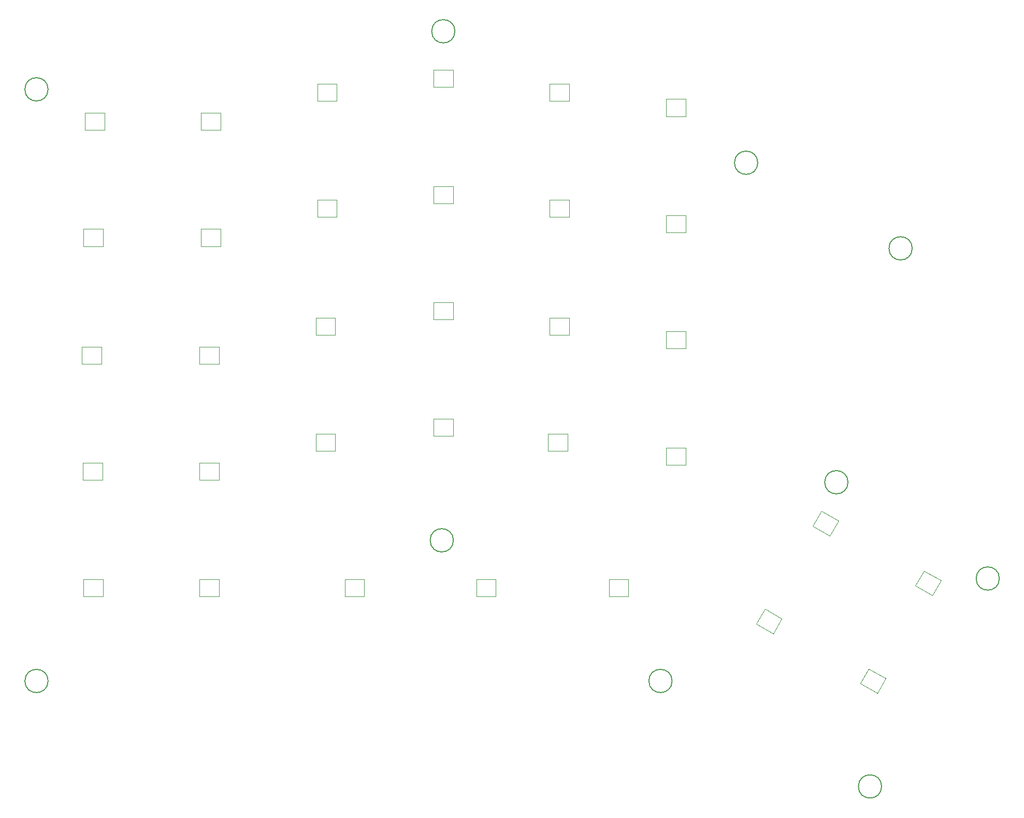
<source format=gbr>
%TF.GenerationSoftware,KiCad,Pcbnew,9.0.0*%
%TF.CreationDate,2025-08-26T18:36:53+02:00*%
%TF.ProjectId,keyboard,6b657962-6f61-4726-942e-6b696361645f,rev?*%
%TF.SameCoordinates,Original*%
%TF.FileFunction,Other,Comment*%
%FSLAX46Y46*%
G04 Gerber Fmt 4.6, Leading zero omitted, Abs format (unit mm)*
G04 Created by KiCad (PCBNEW 9.0.0) date 2025-08-26 18:36:53*
%MOMM*%
%LPD*%
G01*
G04 APERTURE LIST*
%ADD10C,0.150000*%
%ADD11C,0.120000*%
G04 APERTURE END LIST*
D10*
%TO.C,H6*%
X184400000Y-148750000D02*
G75*
G02*
X180600000Y-148750000I-1900000J0D01*
G01*
X180600000Y-148750000D02*
G75*
G02*
X184400000Y-148750000I1900000J0D01*
G01*
%TO.C,H4*%
X184400000Y-245500000D02*
G75*
G02*
X180600000Y-245500000I-1900000J0D01*
G01*
X180600000Y-245500000D02*
G75*
G02*
X184400000Y-245500000I1900000J0D01*
G01*
%TO.C,H8*%
X300400000Y-160750000D02*
G75*
G02*
X296600000Y-160750000I-1900000J0D01*
G01*
X296600000Y-160750000D02*
G75*
G02*
X300400000Y-160750000I1900000J0D01*
G01*
%TO.C,H10*%
X315150000Y-213000000D02*
G75*
G02*
X311350000Y-213000000I-1900000J0D01*
G01*
X311350000Y-213000000D02*
G75*
G02*
X315150000Y-213000000I1900000J0D01*
G01*
%TO.C,H5*%
X339900000Y-228750000D02*
G75*
G02*
X336100000Y-228750000I-1900000J0D01*
G01*
X336100000Y-228750000D02*
G75*
G02*
X339900000Y-228750000I1900000J0D01*
G01*
%TO.C,H3*%
X250650000Y-222500000D02*
G75*
G02*
X246850000Y-222500000I-1900000J0D01*
G01*
X246850000Y-222500000D02*
G75*
G02*
X250650000Y-222500000I1900000J0D01*
G01*
%TO.C,H2*%
X325650000Y-174750000D02*
G75*
G02*
X321850000Y-174750000I-1900000J0D01*
G01*
X321850000Y-174750000D02*
G75*
G02*
X325650000Y-174750000I1900000J0D01*
G01*
%TO.C,H1*%
X250900000Y-139250000D02*
G75*
G02*
X247100000Y-139250000I-1900000J0D01*
G01*
X247100000Y-139250000D02*
G75*
G02*
X250900000Y-139250000I1900000J0D01*
G01*
%TO.C,H11*%
X286400000Y-245500000D02*
G75*
G02*
X282600000Y-245500000I-1900000J0D01*
G01*
X282600000Y-245500000D02*
G75*
G02*
X286400000Y-245500000I1900000J0D01*
G01*
%TO.C,H7*%
X320650000Y-262750000D02*
G75*
G02*
X316850000Y-262750000I-1900000J0D01*
G01*
X316850000Y-262750000D02*
G75*
G02*
X320650000Y-262750000I1900000J0D01*
G01*
D11*
%TO.C,D25*%
X309414359Y-220162436D02*
X312185642Y-221762436D01*
X310814358Y-217737564D02*
X309414359Y-220162436D01*
X312185642Y-221762436D02*
X313585641Y-219337564D01*
X313585641Y-219337564D02*
X310814358Y-217737564D01*
%TO.C,D2*%
X266400000Y-147850000D02*
X266400000Y-150650000D01*
X266400000Y-150650000D02*
X269600000Y-150650000D01*
X269600000Y-147850000D02*
X266400000Y-147850000D01*
X269600000Y-150650000D02*
X269600000Y-147850000D01*
%TO.C,D27*%
X317164359Y-245912436D02*
X319935642Y-247512436D01*
X318564358Y-243487564D02*
X317164359Y-245912436D01*
X319935642Y-247512436D02*
X321335641Y-245087564D01*
X321335641Y-245087564D02*
X318564358Y-243487564D01*
%TO.C,D33*%
X190150000Y-228850000D02*
X190150000Y-231650000D01*
X190150000Y-231650000D02*
X193350000Y-231650000D01*
X193350000Y-228850000D02*
X190150000Y-228850000D01*
X193350000Y-231650000D02*
X193350000Y-228850000D01*
%TO.C,D28*%
X300164359Y-236162436D02*
X302935642Y-237762436D01*
X301564358Y-233737564D02*
X300164359Y-236162436D01*
X302935642Y-237762436D02*
X304335641Y-235337564D01*
X304335641Y-235337564D02*
X301564358Y-233737564D01*
%TO.C,D32*%
X209150000Y-228850000D02*
X209150000Y-231650000D01*
X209150000Y-231650000D02*
X212350000Y-231650000D01*
X212350000Y-228850000D02*
X209150000Y-228850000D01*
X212350000Y-231650000D02*
X212350000Y-228850000D01*
%TO.C,D31*%
X232900000Y-228850000D02*
X232900000Y-231650000D01*
X232900000Y-231650000D02*
X236100000Y-231650000D01*
X236100000Y-228850000D02*
X232900000Y-228850000D01*
X236100000Y-231650000D02*
X236100000Y-228850000D01*
%TO.C,D3*%
X247400000Y-145600000D02*
X247400000Y-148400000D01*
X247400000Y-148400000D02*
X250600000Y-148400000D01*
X250600000Y-145600000D02*
X247400000Y-145600000D01*
X250600000Y-148400000D02*
X250600000Y-145600000D01*
%TO.C,D12*%
X285400000Y-169350000D02*
X285400000Y-172150000D01*
X285400000Y-172150000D02*
X288600000Y-172150000D01*
X288600000Y-169350000D02*
X285400000Y-169350000D01*
X288600000Y-172150000D02*
X288600000Y-169350000D01*
%TO.C,D15*%
X247400000Y-183600000D02*
X247400000Y-186400000D01*
X247400000Y-186400000D02*
X250600000Y-186400000D01*
X250600000Y-183600000D02*
X247400000Y-183600000D01*
X250600000Y-186400000D02*
X250600000Y-183600000D01*
%TO.C,D1*%
X285400000Y-150350000D02*
X285400000Y-153150000D01*
X285400000Y-153150000D02*
X288600000Y-153150000D01*
X288600000Y-150350000D02*
X285400000Y-150350000D01*
X288600000Y-153150000D02*
X288600000Y-150350000D01*
%TO.C,D16*%
X228150000Y-186100000D02*
X228150000Y-188900000D01*
X228150000Y-188900000D02*
X231350000Y-188900000D01*
X231350000Y-186100000D02*
X228150000Y-186100000D01*
X231350000Y-188900000D02*
X231350000Y-186100000D01*
%TO.C,D18*%
X189900000Y-190850000D02*
X189900000Y-193650000D01*
X189900000Y-193650000D02*
X193100000Y-193650000D01*
X193100000Y-190850000D02*
X189900000Y-190850000D01*
X193100000Y-193650000D02*
X193100000Y-190850000D01*
%TO.C,D29*%
X276075000Y-228850000D02*
X276075000Y-231650000D01*
X276075000Y-231650000D02*
X279275000Y-231650000D01*
X279275000Y-228850000D02*
X276075000Y-228850000D01*
X279275000Y-231650000D02*
X279275000Y-228850000D01*
%TO.C,D13*%
X285400000Y-188350000D02*
X285400000Y-191150000D01*
X285400000Y-191150000D02*
X288600000Y-191150000D01*
X288600000Y-188350000D02*
X285400000Y-188350000D01*
X288600000Y-191150000D02*
X288600000Y-188350000D01*
%TO.C,D6*%
X190400000Y-152600000D02*
X190400000Y-155400000D01*
X190400000Y-155400000D02*
X193600000Y-155400000D01*
X193600000Y-152600000D02*
X190400000Y-152600000D01*
X193600000Y-155400000D02*
X193600000Y-152600000D01*
%TO.C,D21*%
X228150000Y-205100000D02*
X228150000Y-207900000D01*
X228150000Y-207900000D02*
X231350000Y-207900000D01*
X231350000Y-205100000D02*
X228150000Y-205100000D01*
X231350000Y-207900000D02*
X231350000Y-205100000D01*
%TO.C,D4*%
X228400000Y-147850000D02*
X228400000Y-150650000D01*
X228400000Y-150650000D02*
X231600000Y-150650000D01*
X231600000Y-147850000D02*
X228400000Y-147850000D01*
X231600000Y-150650000D02*
X231600000Y-147850000D01*
%TO.C,D26*%
X326164359Y-229912436D02*
X328935642Y-231512436D01*
X327564358Y-227487564D02*
X326164359Y-229912436D01*
X328935642Y-231512436D02*
X330335641Y-229087564D01*
X330335641Y-229087564D02*
X327564358Y-227487564D01*
%TO.C,D20*%
X209150000Y-209850000D02*
X209150000Y-212650000D01*
X209150000Y-212650000D02*
X212350000Y-212650000D01*
X212350000Y-209850000D02*
X209150000Y-209850000D01*
X212350000Y-212650000D02*
X212350000Y-209850000D01*
%TO.C,D17*%
X209150000Y-190850000D02*
X209150000Y-193650000D01*
X209150000Y-193650000D02*
X212350000Y-193650000D01*
X212350000Y-190850000D02*
X209150000Y-190850000D01*
X212350000Y-193650000D02*
X212350000Y-190850000D01*
%TO.C,D5*%
X209400000Y-152600000D02*
X209400000Y-155400000D01*
X209400000Y-155400000D02*
X212600000Y-155400000D01*
X212600000Y-152600000D02*
X209400000Y-152600000D01*
X212600000Y-155400000D02*
X212600000Y-152600000D01*
%TO.C,D11*%
X266400000Y-166850000D02*
X266400000Y-169650000D01*
X266400000Y-169650000D02*
X269600000Y-169650000D01*
X269600000Y-166850000D02*
X266400000Y-166850000D01*
X269600000Y-169650000D02*
X269600000Y-166850000D01*
%TO.C,D30*%
X254400000Y-228850000D02*
X254400000Y-231650000D01*
X254400000Y-231650000D02*
X257600000Y-231650000D01*
X257600000Y-228850000D02*
X254400000Y-228850000D01*
X257600000Y-231650000D02*
X257600000Y-228850000D01*
%TO.C,D8*%
X209400000Y-171600000D02*
X209400000Y-174400000D01*
X209400000Y-174400000D02*
X212600000Y-174400000D01*
X212600000Y-171600000D02*
X209400000Y-171600000D01*
X212600000Y-174400000D02*
X212600000Y-171600000D01*
%TO.C,D7*%
X190150000Y-171600000D02*
X190150000Y-174400000D01*
X190150000Y-174400000D02*
X193350000Y-174400000D01*
X193350000Y-171600000D02*
X190150000Y-171600000D01*
X193350000Y-174400000D02*
X193350000Y-171600000D01*
%TO.C,D10*%
X247400000Y-164600000D02*
X247400000Y-167400000D01*
X247400000Y-167400000D02*
X250600000Y-167400000D01*
X250600000Y-164600000D02*
X247400000Y-164600000D01*
X250600000Y-167400000D02*
X250600000Y-164600000D01*
%TO.C,D22*%
X247400000Y-202600000D02*
X247400000Y-205400000D01*
X247400000Y-205400000D02*
X250600000Y-205400000D01*
X250600000Y-202600000D02*
X247400000Y-202600000D01*
X250600000Y-205400000D02*
X250600000Y-202600000D01*
%TO.C,D14*%
X266400000Y-186100000D02*
X266400000Y-188900000D01*
X266400000Y-188900000D02*
X269600000Y-188900000D01*
X269600000Y-186100000D02*
X266400000Y-186100000D01*
X269600000Y-188900000D02*
X269600000Y-186100000D01*
%TO.C,D9*%
X228400000Y-166850000D02*
X228400000Y-169650000D01*
X228400000Y-169650000D02*
X231600000Y-169650000D01*
X231600000Y-166850000D02*
X228400000Y-166850000D01*
X231600000Y-169650000D02*
X231600000Y-166850000D01*
%TO.C,D24*%
X285400000Y-207350000D02*
X285400000Y-210150000D01*
X285400000Y-210150000D02*
X288600000Y-210150000D01*
X288600000Y-207350000D02*
X285400000Y-207350000D01*
X288600000Y-210150000D02*
X288600000Y-207350000D01*
%TO.C,D19*%
X190075000Y-209850000D02*
X190075000Y-212650000D01*
X190075000Y-212650000D02*
X193275000Y-212650000D01*
X193275000Y-209850000D02*
X190075000Y-209850000D01*
X193275000Y-212650000D02*
X193275000Y-209850000D01*
%TO.C,D23*%
X266150000Y-205100000D02*
X266150000Y-207900000D01*
X266150000Y-207900000D02*
X269350000Y-207900000D01*
X269350000Y-205100000D02*
X266150000Y-205100000D01*
X269350000Y-207900000D02*
X269350000Y-205100000D01*
%TD*%
M02*

</source>
